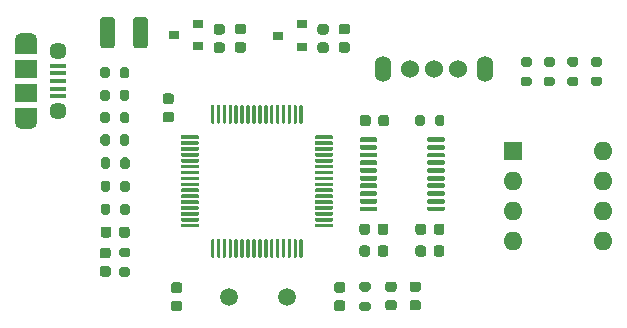
<source format=gbr>
%TF.GenerationSoftware,KiCad,Pcbnew,5.1.9+dfsg1-1~bpo10+1*%
%TF.CreationDate,2021-05-09T13:01:11+08:00*%
%TF.ProjectId,serprog,73657270-726f-4672-9e6b-696361645f70,rev?*%
%TF.SameCoordinates,Original*%
%TF.FileFunction,Soldermask,Top*%
%TF.FilePolarity,Negative*%
%FSLAX46Y46*%
G04 Gerber Fmt 4.6, Leading zero omitted, Abs format (unit mm)*
G04 Created by KiCad (PCBNEW 5.1.9+dfsg1-1~bpo10+1) date 2021-05-09 13:01:11*
%MOMM*%
%LPD*%
G01*
G04 APERTURE LIST*
%ADD10R,1.900000X1.500000*%
%ADD11C,1.450000*%
%ADD12R,1.350000X0.400000*%
%ADD13O,1.900000X1.200000*%
%ADD14R,1.900000X1.200000*%
%ADD15O,1.600000X1.600000*%
%ADD16R,1.600000X1.600000*%
%ADD17C,1.500000*%
%ADD18O,1.400000X2.200000*%
%ADD19C,1.524000*%
%ADD20R,0.900000X0.800000*%
G04 APERTURE END LIST*
D10*
%TO.C,J1*%
X103562500Y-64200000D03*
D11*
X106262500Y-60700000D03*
D12*
X106262500Y-62550000D03*
X106262500Y-61900000D03*
X106262500Y-64500000D03*
X106262500Y-63850000D03*
X106262500Y-63200000D03*
D11*
X106262500Y-65700000D03*
D10*
X103562500Y-62200000D03*
D13*
X103562500Y-59700000D03*
X103562500Y-66700000D03*
D14*
X103562500Y-66100000D03*
X103562500Y-60300000D03*
%TD*%
D15*
%TO.C,U4*%
X152420000Y-69150000D03*
X144800000Y-76770000D03*
X152420000Y-71690000D03*
X144800000Y-74230000D03*
X152420000Y-74230000D03*
X144800000Y-71690000D03*
X152420000Y-76770000D03*
D16*
X144800000Y-69150000D03*
%TD*%
D17*
%TO.C,Y1*%
X125630000Y-81450000D03*
X120750000Y-81450000D03*
%TD*%
%TO.C,U5*%
G36*
G01*
X118125000Y-75600000D02*
X116725000Y-75600000D01*
G75*
G02*
X116650000Y-75525000I0J75000D01*
G01*
X116650000Y-75375000D01*
G75*
G02*
X116725000Y-75300000I75000J0D01*
G01*
X118125000Y-75300000D01*
G75*
G02*
X118200000Y-75375000I0J-75000D01*
G01*
X118200000Y-75525000D01*
G75*
G02*
X118125000Y-75600000I-75000J0D01*
G01*
G37*
G36*
G01*
X118125000Y-75100000D02*
X116725000Y-75100000D01*
G75*
G02*
X116650000Y-75025000I0J75000D01*
G01*
X116650000Y-74875000D01*
G75*
G02*
X116725000Y-74800000I75000J0D01*
G01*
X118125000Y-74800000D01*
G75*
G02*
X118200000Y-74875000I0J-75000D01*
G01*
X118200000Y-75025000D01*
G75*
G02*
X118125000Y-75100000I-75000J0D01*
G01*
G37*
G36*
G01*
X118125000Y-74600000D02*
X116725000Y-74600000D01*
G75*
G02*
X116650000Y-74525000I0J75000D01*
G01*
X116650000Y-74375000D01*
G75*
G02*
X116725000Y-74300000I75000J0D01*
G01*
X118125000Y-74300000D01*
G75*
G02*
X118200000Y-74375000I0J-75000D01*
G01*
X118200000Y-74525000D01*
G75*
G02*
X118125000Y-74600000I-75000J0D01*
G01*
G37*
G36*
G01*
X118125000Y-74100000D02*
X116725000Y-74100000D01*
G75*
G02*
X116650000Y-74025000I0J75000D01*
G01*
X116650000Y-73875000D01*
G75*
G02*
X116725000Y-73800000I75000J0D01*
G01*
X118125000Y-73800000D01*
G75*
G02*
X118200000Y-73875000I0J-75000D01*
G01*
X118200000Y-74025000D01*
G75*
G02*
X118125000Y-74100000I-75000J0D01*
G01*
G37*
G36*
G01*
X118125000Y-73600000D02*
X116725000Y-73600000D01*
G75*
G02*
X116650000Y-73525000I0J75000D01*
G01*
X116650000Y-73375000D01*
G75*
G02*
X116725000Y-73300000I75000J0D01*
G01*
X118125000Y-73300000D01*
G75*
G02*
X118200000Y-73375000I0J-75000D01*
G01*
X118200000Y-73525000D01*
G75*
G02*
X118125000Y-73600000I-75000J0D01*
G01*
G37*
G36*
G01*
X118125000Y-73100000D02*
X116725000Y-73100000D01*
G75*
G02*
X116650000Y-73025000I0J75000D01*
G01*
X116650000Y-72875000D01*
G75*
G02*
X116725000Y-72800000I75000J0D01*
G01*
X118125000Y-72800000D01*
G75*
G02*
X118200000Y-72875000I0J-75000D01*
G01*
X118200000Y-73025000D01*
G75*
G02*
X118125000Y-73100000I-75000J0D01*
G01*
G37*
G36*
G01*
X118125000Y-72600000D02*
X116725000Y-72600000D01*
G75*
G02*
X116650000Y-72525000I0J75000D01*
G01*
X116650000Y-72375000D01*
G75*
G02*
X116725000Y-72300000I75000J0D01*
G01*
X118125000Y-72300000D01*
G75*
G02*
X118200000Y-72375000I0J-75000D01*
G01*
X118200000Y-72525000D01*
G75*
G02*
X118125000Y-72600000I-75000J0D01*
G01*
G37*
G36*
G01*
X118125000Y-72100000D02*
X116725000Y-72100000D01*
G75*
G02*
X116650000Y-72025000I0J75000D01*
G01*
X116650000Y-71875000D01*
G75*
G02*
X116725000Y-71800000I75000J0D01*
G01*
X118125000Y-71800000D01*
G75*
G02*
X118200000Y-71875000I0J-75000D01*
G01*
X118200000Y-72025000D01*
G75*
G02*
X118125000Y-72100000I-75000J0D01*
G01*
G37*
G36*
G01*
X118125000Y-71600000D02*
X116725000Y-71600000D01*
G75*
G02*
X116650000Y-71525000I0J75000D01*
G01*
X116650000Y-71375000D01*
G75*
G02*
X116725000Y-71300000I75000J0D01*
G01*
X118125000Y-71300000D01*
G75*
G02*
X118200000Y-71375000I0J-75000D01*
G01*
X118200000Y-71525000D01*
G75*
G02*
X118125000Y-71600000I-75000J0D01*
G01*
G37*
G36*
G01*
X118125000Y-71100000D02*
X116725000Y-71100000D01*
G75*
G02*
X116650000Y-71025000I0J75000D01*
G01*
X116650000Y-70875000D01*
G75*
G02*
X116725000Y-70800000I75000J0D01*
G01*
X118125000Y-70800000D01*
G75*
G02*
X118200000Y-70875000I0J-75000D01*
G01*
X118200000Y-71025000D01*
G75*
G02*
X118125000Y-71100000I-75000J0D01*
G01*
G37*
G36*
G01*
X118125000Y-70600000D02*
X116725000Y-70600000D01*
G75*
G02*
X116650000Y-70525000I0J75000D01*
G01*
X116650000Y-70375000D01*
G75*
G02*
X116725000Y-70300000I75000J0D01*
G01*
X118125000Y-70300000D01*
G75*
G02*
X118200000Y-70375000I0J-75000D01*
G01*
X118200000Y-70525000D01*
G75*
G02*
X118125000Y-70600000I-75000J0D01*
G01*
G37*
G36*
G01*
X118125000Y-70100000D02*
X116725000Y-70100000D01*
G75*
G02*
X116650000Y-70025000I0J75000D01*
G01*
X116650000Y-69875000D01*
G75*
G02*
X116725000Y-69800000I75000J0D01*
G01*
X118125000Y-69800000D01*
G75*
G02*
X118200000Y-69875000I0J-75000D01*
G01*
X118200000Y-70025000D01*
G75*
G02*
X118125000Y-70100000I-75000J0D01*
G01*
G37*
G36*
G01*
X118125000Y-69600000D02*
X116725000Y-69600000D01*
G75*
G02*
X116650000Y-69525000I0J75000D01*
G01*
X116650000Y-69375000D01*
G75*
G02*
X116725000Y-69300000I75000J0D01*
G01*
X118125000Y-69300000D01*
G75*
G02*
X118200000Y-69375000I0J-75000D01*
G01*
X118200000Y-69525000D01*
G75*
G02*
X118125000Y-69600000I-75000J0D01*
G01*
G37*
G36*
G01*
X118125000Y-69100000D02*
X116725000Y-69100000D01*
G75*
G02*
X116650000Y-69025000I0J75000D01*
G01*
X116650000Y-68875000D01*
G75*
G02*
X116725000Y-68800000I75000J0D01*
G01*
X118125000Y-68800000D01*
G75*
G02*
X118200000Y-68875000I0J-75000D01*
G01*
X118200000Y-69025000D01*
G75*
G02*
X118125000Y-69100000I-75000J0D01*
G01*
G37*
G36*
G01*
X118125000Y-68600000D02*
X116725000Y-68600000D01*
G75*
G02*
X116650000Y-68525000I0J75000D01*
G01*
X116650000Y-68375000D01*
G75*
G02*
X116725000Y-68300000I75000J0D01*
G01*
X118125000Y-68300000D01*
G75*
G02*
X118200000Y-68375000I0J-75000D01*
G01*
X118200000Y-68525000D01*
G75*
G02*
X118125000Y-68600000I-75000J0D01*
G01*
G37*
G36*
G01*
X118125000Y-68100000D02*
X116725000Y-68100000D01*
G75*
G02*
X116650000Y-68025000I0J75000D01*
G01*
X116650000Y-67875000D01*
G75*
G02*
X116725000Y-67800000I75000J0D01*
G01*
X118125000Y-67800000D01*
G75*
G02*
X118200000Y-67875000I0J-75000D01*
G01*
X118200000Y-68025000D01*
G75*
G02*
X118125000Y-68100000I-75000J0D01*
G01*
G37*
G36*
G01*
X119425000Y-66800000D02*
X119275000Y-66800000D01*
G75*
G02*
X119200000Y-66725000I0J75000D01*
G01*
X119200000Y-65325000D01*
G75*
G02*
X119275000Y-65250000I75000J0D01*
G01*
X119425000Y-65250000D01*
G75*
G02*
X119500000Y-65325000I0J-75000D01*
G01*
X119500000Y-66725000D01*
G75*
G02*
X119425000Y-66800000I-75000J0D01*
G01*
G37*
G36*
G01*
X119925000Y-66800000D02*
X119775000Y-66800000D01*
G75*
G02*
X119700000Y-66725000I0J75000D01*
G01*
X119700000Y-65325000D01*
G75*
G02*
X119775000Y-65250000I75000J0D01*
G01*
X119925000Y-65250000D01*
G75*
G02*
X120000000Y-65325000I0J-75000D01*
G01*
X120000000Y-66725000D01*
G75*
G02*
X119925000Y-66800000I-75000J0D01*
G01*
G37*
G36*
G01*
X120425000Y-66800000D02*
X120275000Y-66800000D01*
G75*
G02*
X120200000Y-66725000I0J75000D01*
G01*
X120200000Y-65325000D01*
G75*
G02*
X120275000Y-65250000I75000J0D01*
G01*
X120425000Y-65250000D01*
G75*
G02*
X120500000Y-65325000I0J-75000D01*
G01*
X120500000Y-66725000D01*
G75*
G02*
X120425000Y-66800000I-75000J0D01*
G01*
G37*
G36*
G01*
X120925000Y-66800000D02*
X120775000Y-66800000D01*
G75*
G02*
X120700000Y-66725000I0J75000D01*
G01*
X120700000Y-65325000D01*
G75*
G02*
X120775000Y-65250000I75000J0D01*
G01*
X120925000Y-65250000D01*
G75*
G02*
X121000000Y-65325000I0J-75000D01*
G01*
X121000000Y-66725000D01*
G75*
G02*
X120925000Y-66800000I-75000J0D01*
G01*
G37*
G36*
G01*
X121425000Y-66800000D02*
X121275000Y-66800000D01*
G75*
G02*
X121200000Y-66725000I0J75000D01*
G01*
X121200000Y-65325000D01*
G75*
G02*
X121275000Y-65250000I75000J0D01*
G01*
X121425000Y-65250000D01*
G75*
G02*
X121500000Y-65325000I0J-75000D01*
G01*
X121500000Y-66725000D01*
G75*
G02*
X121425000Y-66800000I-75000J0D01*
G01*
G37*
G36*
G01*
X121925000Y-66800000D02*
X121775000Y-66800000D01*
G75*
G02*
X121700000Y-66725000I0J75000D01*
G01*
X121700000Y-65325000D01*
G75*
G02*
X121775000Y-65250000I75000J0D01*
G01*
X121925000Y-65250000D01*
G75*
G02*
X122000000Y-65325000I0J-75000D01*
G01*
X122000000Y-66725000D01*
G75*
G02*
X121925000Y-66800000I-75000J0D01*
G01*
G37*
G36*
G01*
X122425000Y-66800000D02*
X122275000Y-66800000D01*
G75*
G02*
X122200000Y-66725000I0J75000D01*
G01*
X122200000Y-65325000D01*
G75*
G02*
X122275000Y-65250000I75000J0D01*
G01*
X122425000Y-65250000D01*
G75*
G02*
X122500000Y-65325000I0J-75000D01*
G01*
X122500000Y-66725000D01*
G75*
G02*
X122425000Y-66800000I-75000J0D01*
G01*
G37*
G36*
G01*
X122925000Y-66800000D02*
X122775000Y-66800000D01*
G75*
G02*
X122700000Y-66725000I0J75000D01*
G01*
X122700000Y-65325000D01*
G75*
G02*
X122775000Y-65250000I75000J0D01*
G01*
X122925000Y-65250000D01*
G75*
G02*
X123000000Y-65325000I0J-75000D01*
G01*
X123000000Y-66725000D01*
G75*
G02*
X122925000Y-66800000I-75000J0D01*
G01*
G37*
G36*
G01*
X123425000Y-66800000D02*
X123275000Y-66800000D01*
G75*
G02*
X123200000Y-66725000I0J75000D01*
G01*
X123200000Y-65325000D01*
G75*
G02*
X123275000Y-65250000I75000J0D01*
G01*
X123425000Y-65250000D01*
G75*
G02*
X123500000Y-65325000I0J-75000D01*
G01*
X123500000Y-66725000D01*
G75*
G02*
X123425000Y-66800000I-75000J0D01*
G01*
G37*
G36*
G01*
X123925000Y-66800000D02*
X123775000Y-66800000D01*
G75*
G02*
X123700000Y-66725000I0J75000D01*
G01*
X123700000Y-65325000D01*
G75*
G02*
X123775000Y-65250000I75000J0D01*
G01*
X123925000Y-65250000D01*
G75*
G02*
X124000000Y-65325000I0J-75000D01*
G01*
X124000000Y-66725000D01*
G75*
G02*
X123925000Y-66800000I-75000J0D01*
G01*
G37*
G36*
G01*
X124425000Y-66800000D02*
X124275000Y-66800000D01*
G75*
G02*
X124200000Y-66725000I0J75000D01*
G01*
X124200000Y-65325000D01*
G75*
G02*
X124275000Y-65250000I75000J0D01*
G01*
X124425000Y-65250000D01*
G75*
G02*
X124500000Y-65325000I0J-75000D01*
G01*
X124500000Y-66725000D01*
G75*
G02*
X124425000Y-66800000I-75000J0D01*
G01*
G37*
G36*
G01*
X124925000Y-66800000D02*
X124775000Y-66800000D01*
G75*
G02*
X124700000Y-66725000I0J75000D01*
G01*
X124700000Y-65325000D01*
G75*
G02*
X124775000Y-65250000I75000J0D01*
G01*
X124925000Y-65250000D01*
G75*
G02*
X125000000Y-65325000I0J-75000D01*
G01*
X125000000Y-66725000D01*
G75*
G02*
X124925000Y-66800000I-75000J0D01*
G01*
G37*
G36*
G01*
X125425000Y-66800000D02*
X125275000Y-66800000D01*
G75*
G02*
X125200000Y-66725000I0J75000D01*
G01*
X125200000Y-65325000D01*
G75*
G02*
X125275000Y-65250000I75000J0D01*
G01*
X125425000Y-65250000D01*
G75*
G02*
X125500000Y-65325000I0J-75000D01*
G01*
X125500000Y-66725000D01*
G75*
G02*
X125425000Y-66800000I-75000J0D01*
G01*
G37*
G36*
G01*
X125925000Y-66800000D02*
X125775000Y-66800000D01*
G75*
G02*
X125700000Y-66725000I0J75000D01*
G01*
X125700000Y-65325000D01*
G75*
G02*
X125775000Y-65250000I75000J0D01*
G01*
X125925000Y-65250000D01*
G75*
G02*
X126000000Y-65325000I0J-75000D01*
G01*
X126000000Y-66725000D01*
G75*
G02*
X125925000Y-66800000I-75000J0D01*
G01*
G37*
G36*
G01*
X126425000Y-66800000D02*
X126275000Y-66800000D01*
G75*
G02*
X126200000Y-66725000I0J75000D01*
G01*
X126200000Y-65325000D01*
G75*
G02*
X126275000Y-65250000I75000J0D01*
G01*
X126425000Y-65250000D01*
G75*
G02*
X126500000Y-65325000I0J-75000D01*
G01*
X126500000Y-66725000D01*
G75*
G02*
X126425000Y-66800000I-75000J0D01*
G01*
G37*
G36*
G01*
X126925000Y-66800000D02*
X126775000Y-66800000D01*
G75*
G02*
X126700000Y-66725000I0J75000D01*
G01*
X126700000Y-65325000D01*
G75*
G02*
X126775000Y-65250000I75000J0D01*
G01*
X126925000Y-65250000D01*
G75*
G02*
X127000000Y-65325000I0J-75000D01*
G01*
X127000000Y-66725000D01*
G75*
G02*
X126925000Y-66800000I-75000J0D01*
G01*
G37*
G36*
G01*
X129475000Y-68100000D02*
X128075000Y-68100000D01*
G75*
G02*
X128000000Y-68025000I0J75000D01*
G01*
X128000000Y-67875000D01*
G75*
G02*
X128075000Y-67800000I75000J0D01*
G01*
X129475000Y-67800000D01*
G75*
G02*
X129550000Y-67875000I0J-75000D01*
G01*
X129550000Y-68025000D01*
G75*
G02*
X129475000Y-68100000I-75000J0D01*
G01*
G37*
G36*
G01*
X129475000Y-68600000D02*
X128075000Y-68600000D01*
G75*
G02*
X128000000Y-68525000I0J75000D01*
G01*
X128000000Y-68375000D01*
G75*
G02*
X128075000Y-68300000I75000J0D01*
G01*
X129475000Y-68300000D01*
G75*
G02*
X129550000Y-68375000I0J-75000D01*
G01*
X129550000Y-68525000D01*
G75*
G02*
X129475000Y-68600000I-75000J0D01*
G01*
G37*
G36*
G01*
X129475000Y-69100000D02*
X128075000Y-69100000D01*
G75*
G02*
X128000000Y-69025000I0J75000D01*
G01*
X128000000Y-68875000D01*
G75*
G02*
X128075000Y-68800000I75000J0D01*
G01*
X129475000Y-68800000D01*
G75*
G02*
X129550000Y-68875000I0J-75000D01*
G01*
X129550000Y-69025000D01*
G75*
G02*
X129475000Y-69100000I-75000J0D01*
G01*
G37*
G36*
G01*
X129475000Y-69600000D02*
X128075000Y-69600000D01*
G75*
G02*
X128000000Y-69525000I0J75000D01*
G01*
X128000000Y-69375000D01*
G75*
G02*
X128075000Y-69300000I75000J0D01*
G01*
X129475000Y-69300000D01*
G75*
G02*
X129550000Y-69375000I0J-75000D01*
G01*
X129550000Y-69525000D01*
G75*
G02*
X129475000Y-69600000I-75000J0D01*
G01*
G37*
G36*
G01*
X129475000Y-70100000D02*
X128075000Y-70100000D01*
G75*
G02*
X128000000Y-70025000I0J75000D01*
G01*
X128000000Y-69875000D01*
G75*
G02*
X128075000Y-69800000I75000J0D01*
G01*
X129475000Y-69800000D01*
G75*
G02*
X129550000Y-69875000I0J-75000D01*
G01*
X129550000Y-70025000D01*
G75*
G02*
X129475000Y-70100000I-75000J0D01*
G01*
G37*
G36*
G01*
X129475000Y-70600000D02*
X128075000Y-70600000D01*
G75*
G02*
X128000000Y-70525000I0J75000D01*
G01*
X128000000Y-70375000D01*
G75*
G02*
X128075000Y-70300000I75000J0D01*
G01*
X129475000Y-70300000D01*
G75*
G02*
X129550000Y-70375000I0J-75000D01*
G01*
X129550000Y-70525000D01*
G75*
G02*
X129475000Y-70600000I-75000J0D01*
G01*
G37*
G36*
G01*
X129475000Y-71100000D02*
X128075000Y-71100000D01*
G75*
G02*
X128000000Y-71025000I0J75000D01*
G01*
X128000000Y-70875000D01*
G75*
G02*
X128075000Y-70800000I75000J0D01*
G01*
X129475000Y-70800000D01*
G75*
G02*
X129550000Y-70875000I0J-75000D01*
G01*
X129550000Y-71025000D01*
G75*
G02*
X129475000Y-71100000I-75000J0D01*
G01*
G37*
G36*
G01*
X129475000Y-71600000D02*
X128075000Y-71600000D01*
G75*
G02*
X128000000Y-71525000I0J75000D01*
G01*
X128000000Y-71375000D01*
G75*
G02*
X128075000Y-71300000I75000J0D01*
G01*
X129475000Y-71300000D01*
G75*
G02*
X129550000Y-71375000I0J-75000D01*
G01*
X129550000Y-71525000D01*
G75*
G02*
X129475000Y-71600000I-75000J0D01*
G01*
G37*
G36*
G01*
X129475000Y-72100000D02*
X128075000Y-72100000D01*
G75*
G02*
X128000000Y-72025000I0J75000D01*
G01*
X128000000Y-71875000D01*
G75*
G02*
X128075000Y-71800000I75000J0D01*
G01*
X129475000Y-71800000D01*
G75*
G02*
X129550000Y-71875000I0J-75000D01*
G01*
X129550000Y-72025000D01*
G75*
G02*
X129475000Y-72100000I-75000J0D01*
G01*
G37*
G36*
G01*
X129475000Y-72600000D02*
X128075000Y-72600000D01*
G75*
G02*
X128000000Y-72525000I0J75000D01*
G01*
X128000000Y-72375000D01*
G75*
G02*
X128075000Y-72300000I75000J0D01*
G01*
X129475000Y-72300000D01*
G75*
G02*
X129550000Y-72375000I0J-75000D01*
G01*
X129550000Y-72525000D01*
G75*
G02*
X129475000Y-72600000I-75000J0D01*
G01*
G37*
G36*
G01*
X129475000Y-73100000D02*
X128075000Y-73100000D01*
G75*
G02*
X128000000Y-73025000I0J75000D01*
G01*
X128000000Y-72875000D01*
G75*
G02*
X128075000Y-72800000I75000J0D01*
G01*
X129475000Y-72800000D01*
G75*
G02*
X129550000Y-72875000I0J-75000D01*
G01*
X129550000Y-73025000D01*
G75*
G02*
X129475000Y-73100000I-75000J0D01*
G01*
G37*
G36*
G01*
X129475000Y-73600000D02*
X128075000Y-73600000D01*
G75*
G02*
X128000000Y-73525000I0J75000D01*
G01*
X128000000Y-73375000D01*
G75*
G02*
X128075000Y-73300000I75000J0D01*
G01*
X129475000Y-73300000D01*
G75*
G02*
X129550000Y-73375000I0J-75000D01*
G01*
X129550000Y-73525000D01*
G75*
G02*
X129475000Y-73600000I-75000J0D01*
G01*
G37*
G36*
G01*
X129475000Y-74100000D02*
X128075000Y-74100000D01*
G75*
G02*
X128000000Y-74025000I0J75000D01*
G01*
X128000000Y-73875000D01*
G75*
G02*
X128075000Y-73800000I75000J0D01*
G01*
X129475000Y-73800000D01*
G75*
G02*
X129550000Y-73875000I0J-75000D01*
G01*
X129550000Y-74025000D01*
G75*
G02*
X129475000Y-74100000I-75000J0D01*
G01*
G37*
G36*
G01*
X129475000Y-74600000D02*
X128075000Y-74600000D01*
G75*
G02*
X128000000Y-74525000I0J75000D01*
G01*
X128000000Y-74375000D01*
G75*
G02*
X128075000Y-74300000I75000J0D01*
G01*
X129475000Y-74300000D01*
G75*
G02*
X129550000Y-74375000I0J-75000D01*
G01*
X129550000Y-74525000D01*
G75*
G02*
X129475000Y-74600000I-75000J0D01*
G01*
G37*
G36*
G01*
X129475000Y-75100000D02*
X128075000Y-75100000D01*
G75*
G02*
X128000000Y-75025000I0J75000D01*
G01*
X128000000Y-74875000D01*
G75*
G02*
X128075000Y-74800000I75000J0D01*
G01*
X129475000Y-74800000D01*
G75*
G02*
X129550000Y-74875000I0J-75000D01*
G01*
X129550000Y-75025000D01*
G75*
G02*
X129475000Y-75100000I-75000J0D01*
G01*
G37*
G36*
G01*
X129475000Y-75600000D02*
X128075000Y-75600000D01*
G75*
G02*
X128000000Y-75525000I0J75000D01*
G01*
X128000000Y-75375000D01*
G75*
G02*
X128075000Y-75300000I75000J0D01*
G01*
X129475000Y-75300000D01*
G75*
G02*
X129550000Y-75375000I0J-75000D01*
G01*
X129550000Y-75525000D01*
G75*
G02*
X129475000Y-75600000I-75000J0D01*
G01*
G37*
G36*
G01*
X126925000Y-78150000D02*
X126775000Y-78150000D01*
G75*
G02*
X126700000Y-78075000I0J75000D01*
G01*
X126700000Y-76675000D01*
G75*
G02*
X126775000Y-76600000I75000J0D01*
G01*
X126925000Y-76600000D01*
G75*
G02*
X127000000Y-76675000I0J-75000D01*
G01*
X127000000Y-78075000D01*
G75*
G02*
X126925000Y-78150000I-75000J0D01*
G01*
G37*
G36*
G01*
X126425000Y-78150000D02*
X126275000Y-78150000D01*
G75*
G02*
X126200000Y-78075000I0J75000D01*
G01*
X126200000Y-76675000D01*
G75*
G02*
X126275000Y-76600000I75000J0D01*
G01*
X126425000Y-76600000D01*
G75*
G02*
X126500000Y-76675000I0J-75000D01*
G01*
X126500000Y-78075000D01*
G75*
G02*
X126425000Y-78150000I-75000J0D01*
G01*
G37*
G36*
G01*
X125925000Y-78150000D02*
X125775000Y-78150000D01*
G75*
G02*
X125700000Y-78075000I0J75000D01*
G01*
X125700000Y-76675000D01*
G75*
G02*
X125775000Y-76600000I75000J0D01*
G01*
X125925000Y-76600000D01*
G75*
G02*
X126000000Y-76675000I0J-75000D01*
G01*
X126000000Y-78075000D01*
G75*
G02*
X125925000Y-78150000I-75000J0D01*
G01*
G37*
G36*
G01*
X125425000Y-78150000D02*
X125275000Y-78150000D01*
G75*
G02*
X125200000Y-78075000I0J75000D01*
G01*
X125200000Y-76675000D01*
G75*
G02*
X125275000Y-76600000I75000J0D01*
G01*
X125425000Y-76600000D01*
G75*
G02*
X125500000Y-76675000I0J-75000D01*
G01*
X125500000Y-78075000D01*
G75*
G02*
X125425000Y-78150000I-75000J0D01*
G01*
G37*
G36*
G01*
X124925000Y-78150000D02*
X124775000Y-78150000D01*
G75*
G02*
X124700000Y-78075000I0J75000D01*
G01*
X124700000Y-76675000D01*
G75*
G02*
X124775000Y-76600000I75000J0D01*
G01*
X124925000Y-76600000D01*
G75*
G02*
X125000000Y-76675000I0J-75000D01*
G01*
X125000000Y-78075000D01*
G75*
G02*
X124925000Y-78150000I-75000J0D01*
G01*
G37*
G36*
G01*
X124425000Y-78150000D02*
X124275000Y-78150000D01*
G75*
G02*
X124200000Y-78075000I0J75000D01*
G01*
X124200000Y-76675000D01*
G75*
G02*
X124275000Y-76600000I75000J0D01*
G01*
X124425000Y-76600000D01*
G75*
G02*
X124500000Y-76675000I0J-75000D01*
G01*
X124500000Y-78075000D01*
G75*
G02*
X124425000Y-78150000I-75000J0D01*
G01*
G37*
G36*
G01*
X123925000Y-78150000D02*
X123775000Y-78150000D01*
G75*
G02*
X123700000Y-78075000I0J75000D01*
G01*
X123700000Y-76675000D01*
G75*
G02*
X123775000Y-76600000I75000J0D01*
G01*
X123925000Y-76600000D01*
G75*
G02*
X124000000Y-76675000I0J-75000D01*
G01*
X124000000Y-78075000D01*
G75*
G02*
X123925000Y-78150000I-75000J0D01*
G01*
G37*
G36*
G01*
X123425000Y-78150000D02*
X123275000Y-78150000D01*
G75*
G02*
X123200000Y-78075000I0J75000D01*
G01*
X123200000Y-76675000D01*
G75*
G02*
X123275000Y-76600000I75000J0D01*
G01*
X123425000Y-76600000D01*
G75*
G02*
X123500000Y-76675000I0J-75000D01*
G01*
X123500000Y-78075000D01*
G75*
G02*
X123425000Y-78150000I-75000J0D01*
G01*
G37*
G36*
G01*
X122925000Y-78150000D02*
X122775000Y-78150000D01*
G75*
G02*
X122700000Y-78075000I0J75000D01*
G01*
X122700000Y-76675000D01*
G75*
G02*
X122775000Y-76600000I75000J0D01*
G01*
X122925000Y-76600000D01*
G75*
G02*
X123000000Y-76675000I0J-75000D01*
G01*
X123000000Y-78075000D01*
G75*
G02*
X122925000Y-78150000I-75000J0D01*
G01*
G37*
G36*
G01*
X122425000Y-78150000D02*
X122275000Y-78150000D01*
G75*
G02*
X122200000Y-78075000I0J75000D01*
G01*
X122200000Y-76675000D01*
G75*
G02*
X122275000Y-76600000I75000J0D01*
G01*
X122425000Y-76600000D01*
G75*
G02*
X122500000Y-76675000I0J-75000D01*
G01*
X122500000Y-78075000D01*
G75*
G02*
X122425000Y-78150000I-75000J0D01*
G01*
G37*
G36*
G01*
X121925000Y-78150000D02*
X121775000Y-78150000D01*
G75*
G02*
X121700000Y-78075000I0J75000D01*
G01*
X121700000Y-76675000D01*
G75*
G02*
X121775000Y-76600000I75000J0D01*
G01*
X121925000Y-76600000D01*
G75*
G02*
X122000000Y-76675000I0J-75000D01*
G01*
X122000000Y-78075000D01*
G75*
G02*
X121925000Y-78150000I-75000J0D01*
G01*
G37*
G36*
G01*
X121425000Y-78150000D02*
X121275000Y-78150000D01*
G75*
G02*
X121200000Y-78075000I0J75000D01*
G01*
X121200000Y-76675000D01*
G75*
G02*
X121275000Y-76600000I75000J0D01*
G01*
X121425000Y-76600000D01*
G75*
G02*
X121500000Y-76675000I0J-75000D01*
G01*
X121500000Y-78075000D01*
G75*
G02*
X121425000Y-78150000I-75000J0D01*
G01*
G37*
G36*
G01*
X120925000Y-78150000D02*
X120775000Y-78150000D01*
G75*
G02*
X120700000Y-78075000I0J75000D01*
G01*
X120700000Y-76675000D01*
G75*
G02*
X120775000Y-76600000I75000J0D01*
G01*
X120925000Y-76600000D01*
G75*
G02*
X121000000Y-76675000I0J-75000D01*
G01*
X121000000Y-78075000D01*
G75*
G02*
X120925000Y-78150000I-75000J0D01*
G01*
G37*
G36*
G01*
X120425000Y-78150000D02*
X120275000Y-78150000D01*
G75*
G02*
X120200000Y-78075000I0J75000D01*
G01*
X120200000Y-76675000D01*
G75*
G02*
X120275000Y-76600000I75000J0D01*
G01*
X120425000Y-76600000D01*
G75*
G02*
X120500000Y-76675000I0J-75000D01*
G01*
X120500000Y-78075000D01*
G75*
G02*
X120425000Y-78150000I-75000J0D01*
G01*
G37*
G36*
G01*
X119925000Y-78150000D02*
X119775000Y-78150000D01*
G75*
G02*
X119700000Y-78075000I0J75000D01*
G01*
X119700000Y-76675000D01*
G75*
G02*
X119775000Y-76600000I75000J0D01*
G01*
X119925000Y-76600000D01*
G75*
G02*
X120000000Y-76675000I0J-75000D01*
G01*
X120000000Y-78075000D01*
G75*
G02*
X119925000Y-78150000I-75000J0D01*
G01*
G37*
G36*
G01*
X119425000Y-78150000D02*
X119275000Y-78150000D01*
G75*
G02*
X119200000Y-78075000I0J75000D01*
G01*
X119200000Y-76675000D01*
G75*
G02*
X119275000Y-76600000I75000J0D01*
G01*
X119425000Y-76600000D01*
G75*
G02*
X119500000Y-76675000I0J-75000D01*
G01*
X119500000Y-78075000D01*
G75*
G02*
X119425000Y-78150000I-75000J0D01*
G01*
G37*
%TD*%
%TO.C,R11*%
G36*
G01*
X151575000Y-61175000D02*
X152125000Y-61175000D01*
G75*
G02*
X152325000Y-61375000I0J-200000D01*
G01*
X152325000Y-61775000D01*
G75*
G02*
X152125000Y-61975000I-200000J0D01*
G01*
X151575000Y-61975000D01*
G75*
G02*
X151375000Y-61775000I0J200000D01*
G01*
X151375000Y-61375000D01*
G75*
G02*
X151575000Y-61175000I200000J0D01*
G01*
G37*
G36*
G01*
X151575000Y-62825000D02*
X152125000Y-62825000D01*
G75*
G02*
X152325000Y-63025000I0J-200000D01*
G01*
X152325000Y-63425000D01*
G75*
G02*
X152125000Y-63625000I-200000J0D01*
G01*
X151575000Y-63625000D01*
G75*
G02*
X151375000Y-63425000I0J200000D01*
G01*
X151375000Y-63025000D01*
G75*
G02*
X151575000Y-62825000I200000J0D01*
G01*
G37*
%TD*%
%TO.C,C1*%
G36*
G01*
X110500000Y-79775000D02*
X110000000Y-79775000D01*
G75*
G02*
X109775000Y-79550000I0J225000D01*
G01*
X109775000Y-79100000D01*
G75*
G02*
X110000000Y-78875000I225000J0D01*
G01*
X110500000Y-78875000D01*
G75*
G02*
X110725000Y-79100000I0J-225000D01*
G01*
X110725000Y-79550000D01*
G75*
G02*
X110500000Y-79775000I-225000J0D01*
G01*
G37*
G36*
G01*
X110500000Y-78225000D02*
X110000000Y-78225000D01*
G75*
G02*
X109775000Y-78000000I0J225000D01*
G01*
X109775000Y-77550000D01*
G75*
G02*
X110000000Y-77325000I225000J0D01*
G01*
X110500000Y-77325000D01*
G75*
G02*
X110725000Y-77550000I0J-225000D01*
G01*
X110725000Y-78000000D01*
G75*
G02*
X110500000Y-78225000I-225000J0D01*
G01*
G37*
%TD*%
%TO.C,C2*%
G36*
G01*
X116550000Y-81150000D02*
X116050000Y-81150000D01*
G75*
G02*
X115825000Y-80925000I0J225000D01*
G01*
X115825000Y-80475000D01*
G75*
G02*
X116050000Y-80250000I225000J0D01*
G01*
X116550000Y-80250000D01*
G75*
G02*
X116775000Y-80475000I0J-225000D01*
G01*
X116775000Y-80925000D01*
G75*
G02*
X116550000Y-81150000I-225000J0D01*
G01*
G37*
G36*
G01*
X116550000Y-82700000D02*
X116050000Y-82700000D01*
G75*
G02*
X115825000Y-82475000I0J225000D01*
G01*
X115825000Y-82025000D01*
G75*
G02*
X116050000Y-81800000I225000J0D01*
G01*
X116550000Y-81800000D01*
G75*
G02*
X116775000Y-82025000I0J-225000D01*
G01*
X116775000Y-82475000D01*
G75*
G02*
X116550000Y-82700000I-225000J0D01*
G01*
G37*
%TD*%
%TO.C,C3*%
G36*
G01*
X130350000Y-82675000D02*
X129850000Y-82675000D01*
G75*
G02*
X129625000Y-82450000I0J225000D01*
G01*
X129625000Y-82000000D01*
G75*
G02*
X129850000Y-81775000I225000J0D01*
G01*
X130350000Y-81775000D01*
G75*
G02*
X130575000Y-82000000I0J-225000D01*
G01*
X130575000Y-82450000D01*
G75*
G02*
X130350000Y-82675000I-225000J0D01*
G01*
G37*
G36*
G01*
X130350000Y-81125000D02*
X129850000Y-81125000D01*
G75*
G02*
X129625000Y-80900000I0J225000D01*
G01*
X129625000Y-80450000D01*
G75*
G02*
X129850000Y-80225000I225000J0D01*
G01*
X130350000Y-80225000D01*
G75*
G02*
X130575000Y-80450000I0J-225000D01*
G01*
X130575000Y-80900000D01*
G75*
G02*
X130350000Y-81125000I-225000J0D01*
G01*
G37*
%TD*%
%TO.C,C4*%
G36*
G01*
X128450000Y-59925000D02*
X128950000Y-59925000D01*
G75*
G02*
X129175000Y-60150000I0J-225000D01*
G01*
X129175000Y-60600000D01*
G75*
G02*
X128950000Y-60825000I-225000J0D01*
G01*
X128450000Y-60825000D01*
G75*
G02*
X128225000Y-60600000I0J225000D01*
G01*
X128225000Y-60150000D01*
G75*
G02*
X128450000Y-59925000I225000J0D01*
G01*
G37*
G36*
G01*
X128450000Y-58375000D02*
X128950000Y-58375000D01*
G75*
G02*
X129175000Y-58600000I0J-225000D01*
G01*
X129175000Y-59050000D01*
G75*
G02*
X128950000Y-59275000I-225000J0D01*
G01*
X128450000Y-59275000D01*
G75*
G02*
X128225000Y-59050000I0J225000D01*
G01*
X128225000Y-58600000D01*
G75*
G02*
X128450000Y-58375000I225000J0D01*
G01*
G37*
%TD*%
%TO.C,C5*%
G36*
G01*
X119650000Y-58375000D02*
X120150000Y-58375000D01*
G75*
G02*
X120375000Y-58600000I0J-225000D01*
G01*
X120375000Y-59050000D01*
G75*
G02*
X120150000Y-59275000I-225000J0D01*
G01*
X119650000Y-59275000D01*
G75*
G02*
X119425000Y-59050000I0J225000D01*
G01*
X119425000Y-58600000D01*
G75*
G02*
X119650000Y-58375000I225000J0D01*
G01*
G37*
G36*
G01*
X119650000Y-59925000D02*
X120150000Y-59925000D01*
G75*
G02*
X120375000Y-60150000I0J-225000D01*
G01*
X120375000Y-60600000D01*
G75*
G02*
X120150000Y-60825000I-225000J0D01*
G01*
X119650000Y-60825000D01*
G75*
G02*
X119425000Y-60600000I0J225000D01*
G01*
X119425000Y-60150000D01*
G75*
G02*
X119650000Y-59925000I225000J0D01*
G01*
G37*
%TD*%
%TO.C,C6*%
G36*
G01*
X110775000Y-75750000D02*
X110775000Y-76250000D01*
G75*
G02*
X110550000Y-76475000I-225000J0D01*
G01*
X110100000Y-76475000D01*
G75*
G02*
X109875000Y-76250000I0J225000D01*
G01*
X109875000Y-75750000D01*
G75*
G02*
X110100000Y-75525000I225000J0D01*
G01*
X110550000Y-75525000D01*
G75*
G02*
X110775000Y-75750000I0J-225000D01*
G01*
G37*
G36*
G01*
X112325000Y-75750000D02*
X112325000Y-76250000D01*
G75*
G02*
X112100000Y-76475000I-225000J0D01*
G01*
X111650000Y-76475000D01*
G75*
G02*
X111425000Y-76250000I0J225000D01*
G01*
X111425000Y-75750000D01*
G75*
G02*
X111650000Y-75525000I225000J0D01*
G01*
X112100000Y-75525000D01*
G75*
G02*
X112325000Y-75750000I0J-225000D01*
G01*
G37*
%TD*%
%TO.C,C7*%
G36*
G01*
X134225000Y-75500000D02*
X134225000Y-76000000D01*
G75*
G02*
X134000000Y-76225000I-225000J0D01*
G01*
X133550000Y-76225000D01*
G75*
G02*
X133325000Y-76000000I0J225000D01*
G01*
X133325000Y-75500000D01*
G75*
G02*
X133550000Y-75275000I225000J0D01*
G01*
X134000000Y-75275000D01*
G75*
G02*
X134225000Y-75500000I0J-225000D01*
G01*
G37*
G36*
G01*
X132675000Y-75500000D02*
X132675000Y-76000000D01*
G75*
G02*
X132450000Y-76225000I-225000J0D01*
G01*
X132000000Y-76225000D01*
G75*
G02*
X131775000Y-76000000I0J225000D01*
G01*
X131775000Y-75500000D01*
G75*
G02*
X132000000Y-75275000I225000J0D01*
G01*
X132450000Y-75275000D01*
G75*
G02*
X132675000Y-75500000I0J-225000D01*
G01*
G37*
%TD*%
%TO.C,C8*%
G36*
G01*
X130250000Y-58350000D02*
X130750000Y-58350000D01*
G75*
G02*
X130975000Y-58575000I0J-225000D01*
G01*
X130975000Y-59025000D01*
G75*
G02*
X130750000Y-59250000I-225000J0D01*
G01*
X130250000Y-59250000D01*
G75*
G02*
X130025000Y-59025000I0J225000D01*
G01*
X130025000Y-58575000D01*
G75*
G02*
X130250000Y-58350000I225000J0D01*
G01*
G37*
G36*
G01*
X130250000Y-59900000D02*
X130750000Y-59900000D01*
G75*
G02*
X130975000Y-60125000I0J-225000D01*
G01*
X130975000Y-60575000D01*
G75*
G02*
X130750000Y-60800000I-225000J0D01*
G01*
X130250000Y-60800000D01*
G75*
G02*
X130025000Y-60575000I0J225000D01*
G01*
X130025000Y-60125000D01*
G75*
G02*
X130250000Y-59900000I225000J0D01*
G01*
G37*
%TD*%
%TO.C,C9*%
G36*
G01*
X121450000Y-59900000D02*
X121950000Y-59900000D01*
G75*
G02*
X122175000Y-60125000I0J-225000D01*
G01*
X122175000Y-60575000D01*
G75*
G02*
X121950000Y-60800000I-225000J0D01*
G01*
X121450000Y-60800000D01*
G75*
G02*
X121225000Y-60575000I0J225000D01*
G01*
X121225000Y-60125000D01*
G75*
G02*
X121450000Y-59900000I225000J0D01*
G01*
G37*
G36*
G01*
X121450000Y-58350000D02*
X121950000Y-58350000D01*
G75*
G02*
X122175000Y-58575000I0J-225000D01*
G01*
X122175000Y-59025000D01*
G75*
G02*
X121950000Y-59250000I-225000J0D01*
G01*
X121450000Y-59250000D01*
G75*
G02*
X121225000Y-59025000I0J225000D01*
G01*
X121225000Y-58575000D01*
G75*
G02*
X121450000Y-58350000I225000J0D01*
G01*
G37*
%TD*%
%TO.C,C10*%
G36*
G01*
X136525000Y-76000000D02*
X136525000Y-75500000D01*
G75*
G02*
X136750000Y-75275000I225000J0D01*
G01*
X137200000Y-75275000D01*
G75*
G02*
X137425000Y-75500000I0J-225000D01*
G01*
X137425000Y-76000000D01*
G75*
G02*
X137200000Y-76225000I-225000J0D01*
G01*
X136750000Y-76225000D01*
G75*
G02*
X136525000Y-76000000I0J225000D01*
G01*
G37*
G36*
G01*
X138075000Y-76000000D02*
X138075000Y-75500000D01*
G75*
G02*
X138300000Y-75275000I225000J0D01*
G01*
X138750000Y-75275000D01*
G75*
G02*
X138975000Y-75500000I0J-225000D01*
G01*
X138975000Y-76000000D01*
G75*
G02*
X138750000Y-76225000I-225000J0D01*
G01*
X138300000Y-76225000D01*
G75*
G02*
X138075000Y-76000000I0J225000D01*
G01*
G37*
%TD*%
%TO.C,C11*%
G36*
G01*
X138075000Y-77850000D02*
X138075000Y-77350000D01*
G75*
G02*
X138300000Y-77125000I225000J0D01*
G01*
X138750000Y-77125000D01*
G75*
G02*
X138975000Y-77350000I0J-225000D01*
G01*
X138975000Y-77850000D01*
G75*
G02*
X138750000Y-78075000I-225000J0D01*
G01*
X138300000Y-78075000D01*
G75*
G02*
X138075000Y-77850000I0J225000D01*
G01*
G37*
G36*
G01*
X136525000Y-77850000D02*
X136525000Y-77350000D01*
G75*
G02*
X136750000Y-77125000I225000J0D01*
G01*
X137200000Y-77125000D01*
G75*
G02*
X137425000Y-77350000I0J-225000D01*
G01*
X137425000Y-77850000D01*
G75*
G02*
X137200000Y-78075000I-225000J0D01*
G01*
X136750000Y-78075000D01*
G75*
G02*
X136525000Y-77850000I0J225000D01*
G01*
G37*
%TD*%
%TO.C,C12*%
G36*
G01*
X132675000Y-77350000D02*
X132675000Y-77850000D01*
G75*
G02*
X132450000Y-78075000I-225000J0D01*
G01*
X132000000Y-78075000D01*
G75*
G02*
X131775000Y-77850000I0J225000D01*
G01*
X131775000Y-77350000D01*
G75*
G02*
X132000000Y-77125000I225000J0D01*
G01*
X132450000Y-77125000D01*
G75*
G02*
X132675000Y-77350000I0J-225000D01*
G01*
G37*
G36*
G01*
X134225000Y-77350000D02*
X134225000Y-77850000D01*
G75*
G02*
X134000000Y-78075000I-225000J0D01*
G01*
X133550000Y-78075000D01*
G75*
G02*
X133325000Y-77850000I0J225000D01*
G01*
X133325000Y-77350000D01*
G75*
G02*
X133550000Y-77125000I225000J0D01*
G01*
X134000000Y-77125000D01*
G75*
G02*
X134225000Y-77350000I0J-225000D01*
G01*
G37*
%TD*%
%TO.C,C13*%
G36*
G01*
X131825000Y-66800000D02*
X131825000Y-66300000D01*
G75*
G02*
X132050000Y-66075000I225000J0D01*
G01*
X132500000Y-66075000D01*
G75*
G02*
X132725000Y-66300000I0J-225000D01*
G01*
X132725000Y-66800000D01*
G75*
G02*
X132500000Y-67025000I-225000J0D01*
G01*
X132050000Y-67025000D01*
G75*
G02*
X131825000Y-66800000I0J225000D01*
G01*
G37*
G36*
G01*
X133375000Y-66800000D02*
X133375000Y-66300000D01*
G75*
G02*
X133600000Y-66075000I225000J0D01*
G01*
X134050000Y-66075000D01*
G75*
G02*
X134275000Y-66300000I0J-225000D01*
G01*
X134275000Y-66800000D01*
G75*
G02*
X134050000Y-67025000I-225000J0D01*
G01*
X133600000Y-67025000D01*
G75*
G02*
X133375000Y-66800000I0J225000D01*
G01*
G37*
%TD*%
%TO.C,C14*%
G36*
G01*
X115850000Y-65150000D02*
X115350000Y-65150000D01*
G75*
G02*
X115125000Y-64925000I0J225000D01*
G01*
X115125000Y-64475000D01*
G75*
G02*
X115350000Y-64250000I225000J0D01*
G01*
X115850000Y-64250000D01*
G75*
G02*
X116075000Y-64475000I0J-225000D01*
G01*
X116075000Y-64925000D01*
G75*
G02*
X115850000Y-65150000I-225000J0D01*
G01*
G37*
G36*
G01*
X115850000Y-66700000D02*
X115350000Y-66700000D01*
G75*
G02*
X115125000Y-66475000I0J225000D01*
G01*
X115125000Y-66025000D01*
G75*
G02*
X115350000Y-65800000I225000J0D01*
G01*
X115850000Y-65800000D01*
G75*
G02*
X116075000Y-66025000I0J-225000D01*
G01*
X116075000Y-66475000D01*
G75*
G02*
X115850000Y-66700000I-225000J0D01*
G01*
G37*
%TD*%
%TO.C,D1*%
G36*
G01*
X134706250Y-81050000D02*
X134193750Y-81050000D01*
G75*
G02*
X133975000Y-80831250I0J218750D01*
G01*
X133975000Y-80393750D01*
G75*
G02*
X134193750Y-80175000I218750J0D01*
G01*
X134706250Y-80175000D01*
G75*
G02*
X134925000Y-80393750I0J-218750D01*
G01*
X134925000Y-80831250D01*
G75*
G02*
X134706250Y-81050000I-218750J0D01*
G01*
G37*
G36*
G01*
X134706250Y-82625000D02*
X134193750Y-82625000D01*
G75*
G02*
X133975000Y-82406250I0J218750D01*
G01*
X133975000Y-81968750D01*
G75*
G02*
X134193750Y-81750000I218750J0D01*
G01*
X134706250Y-81750000D01*
G75*
G02*
X134925000Y-81968750I0J-218750D01*
G01*
X134925000Y-82406250D01*
G75*
G02*
X134706250Y-82625000I-218750J0D01*
G01*
G37*
%TD*%
%TO.C,D2*%
G36*
G01*
X136756250Y-82625000D02*
X136243750Y-82625000D01*
G75*
G02*
X136025000Y-82406250I0J218750D01*
G01*
X136025000Y-81968750D01*
G75*
G02*
X136243750Y-81750000I218750J0D01*
G01*
X136756250Y-81750000D01*
G75*
G02*
X136975000Y-81968750I0J-218750D01*
G01*
X136975000Y-82406250D01*
G75*
G02*
X136756250Y-82625000I-218750J0D01*
G01*
G37*
G36*
G01*
X136756250Y-81050000D02*
X136243750Y-81050000D01*
G75*
G02*
X136025000Y-80831250I0J218750D01*
G01*
X136025000Y-80393750D01*
G75*
G02*
X136243750Y-80175000I218750J0D01*
G01*
X136756250Y-80175000D01*
G75*
G02*
X136975000Y-80393750I0J-218750D01*
G01*
X136975000Y-80831250D01*
G75*
G02*
X136756250Y-81050000I-218750J0D01*
G01*
G37*
%TD*%
%TO.C,F1*%
G36*
G01*
X112625000Y-60175000D02*
X112625000Y-58025000D01*
G75*
G02*
X112875000Y-57775000I250000J0D01*
G01*
X113625000Y-57775000D01*
G75*
G02*
X113875000Y-58025000I0J-250000D01*
G01*
X113875000Y-60175000D01*
G75*
G02*
X113625000Y-60425000I-250000J0D01*
G01*
X112875000Y-60425000D01*
G75*
G02*
X112625000Y-60175000I0J250000D01*
G01*
G37*
G36*
G01*
X109825000Y-60175000D02*
X109825000Y-58025000D01*
G75*
G02*
X110075000Y-57775000I250000J0D01*
G01*
X110825000Y-57775000D01*
G75*
G02*
X111075000Y-58025000I0J-250000D01*
G01*
X111075000Y-60175000D01*
G75*
G02*
X110825000Y-60425000I-250000J0D01*
G01*
X110075000Y-60425000D01*
G75*
G02*
X109825000Y-60175000I0J250000D01*
G01*
G37*
%TD*%
%TO.C,R1*%
G36*
G01*
X111525000Y-74325000D02*
X111525000Y-73775000D01*
G75*
G02*
X111725000Y-73575000I200000J0D01*
G01*
X112125000Y-73575000D01*
G75*
G02*
X112325000Y-73775000I0J-200000D01*
G01*
X112325000Y-74325000D01*
G75*
G02*
X112125000Y-74525000I-200000J0D01*
G01*
X111725000Y-74525000D01*
G75*
G02*
X111525000Y-74325000I0J200000D01*
G01*
G37*
G36*
G01*
X109875000Y-74325000D02*
X109875000Y-73775000D01*
G75*
G02*
X110075000Y-73575000I200000J0D01*
G01*
X110475000Y-73575000D01*
G75*
G02*
X110675000Y-73775000I0J-200000D01*
G01*
X110675000Y-74325000D01*
G75*
G02*
X110475000Y-74525000I-200000J0D01*
G01*
X110075000Y-74525000D01*
G75*
G02*
X109875000Y-74325000I0J200000D01*
G01*
G37*
%TD*%
%TO.C,R2*%
G36*
G01*
X111525000Y-72375000D02*
X111525000Y-71825000D01*
G75*
G02*
X111725000Y-71625000I200000J0D01*
G01*
X112125000Y-71625000D01*
G75*
G02*
X112325000Y-71825000I0J-200000D01*
G01*
X112325000Y-72375000D01*
G75*
G02*
X112125000Y-72575000I-200000J0D01*
G01*
X111725000Y-72575000D01*
G75*
G02*
X111525000Y-72375000I0J200000D01*
G01*
G37*
G36*
G01*
X109875000Y-72375000D02*
X109875000Y-71825000D01*
G75*
G02*
X110075000Y-71625000I200000J0D01*
G01*
X110475000Y-71625000D01*
G75*
G02*
X110675000Y-71825000I0J-200000D01*
G01*
X110675000Y-72375000D01*
G75*
G02*
X110475000Y-72575000I-200000J0D01*
G01*
X110075000Y-72575000D01*
G75*
G02*
X109875000Y-72375000I0J200000D01*
G01*
G37*
%TD*%
%TO.C,R3*%
G36*
G01*
X110675000Y-69875000D02*
X110675000Y-70425000D01*
G75*
G02*
X110475000Y-70625000I-200000J0D01*
G01*
X110075000Y-70625000D01*
G75*
G02*
X109875000Y-70425000I0J200000D01*
G01*
X109875000Y-69875000D01*
G75*
G02*
X110075000Y-69675000I200000J0D01*
G01*
X110475000Y-69675000D01*
G75*
G02*
X110675000Y-69875000I0J-200000D01*
G01*
G37*
G36*
G01*
X112325000Y-69875000D02*
X112325000Y-70425000D01*
G75*
G02*
X112125000Y-70625000I-200000J0D01*
G01*
X111725000Y-70625000D01*
G75*
G02*
X111525000Y-70425000I0J200000D01*
G01*
X111525000Y-69875000D01*
G75*
G02*
X111725000Y-69675000I200000J0D01*
G01*
X112125000Y-69675000D01*
G75*
G02*
X112325000Y-69875000I0J-200000D01*
G01*
G37*
%TD*%
%TO.C,R4*%
G36*
G01*
X111625000Y-78975000D02*
X112175000Y-78975000D01*
G75*
G02*
X112375000Y-79175000I0J-200000D01*
G01*
X112375000Y-79575000D01*
G75*
G02*
X112175000Y-79775000I-200000J0D01*
G01*
X111625000Y-79775000D01*
G75*
G02*
X111425000Y-79575000I0J200000D01*
G01*
X111425000Y-79175000D01*
G75*
G02*
X111625000Y-78975000I200000J0D01*
G01*
G37*
G36*
G01*
X111625000Y-77325000D02*
X112175000Y-77325000D01*
G75*
G02*
X112375000Y-77525000I0J-200000D01*
G01*
X112375000Y-77925000D01*
G75*
G02*
X112175000Y-78125000I-200000J0D01*
G01*
X111625000Y-78125000D01*
G75*
G02*
X111425000Y-77925000I0J200000D01*
G01*
X111425000Y-77525000D01*
G75*
G02*
X111625000Y-77325000I200000J0D01*
G01*
G37*
%TD*%
%TO.C,R5*%
G36*
G01*
X112300000Y-62225000D02*
X112300000Y-62775000D01*
G75*
G02*
X112100000Y-62975000I-200000J0D01*
G01*
X111700000Y-62975000D01*
G75*
G02*
X111500000Y-62775000I0J200000D01*
G01*
X111500000Y-62225000D01*
G75*
G02*
X111700000Y-62025000I200000J0D01*
G01*
X112100000Y-62025000D01*
G75*
G02*
X112300000Y-62225000I0J-200000D01*
G01*
G37*
G36*
G01*
X110650000Y-62225000D02*
X110650000Y-62775000D01*
G75*
G02*
X110450000Y-62975000I-200000J0D01*
G01*
X110050000Y-62975000D01*
G75*
G02*
X109850000Y-62775000I0J200000D01*
G01*
X109850000Y-62225000D01*
G75*
G02*
X110050000Y-62025000I200000J0D01*
G01*
X110450000Y-62025000D01*
G75*
G02*
X110650000Y-62225000I0J-200000D01*
G01*
G37*
%TD*%
%TO.C,R6*%
G36*
G01*
X112300000Y-67925000D02*
X112300000Y-68475000D01*
G75*
G02*
X112100000Y-68675000I-200000J0D01*
G01*
X111700000Y-68675000D01*
G75*
G02*
X111500000Y-68475000I0J200000D01*
G01*
X111500000Y-67925000D01*
G75*
G02*
X111700000Y-67725000I200000J0D01*
G01*
X112100000Y-67725000D01*
G75*
G02*
X112300000Y-67925000I0J-200000D01*
G01*
G37*
G36*
G01*
X110650000Y-67925000D02*
X110650000Y-68475000D01*
G75*
G02*
X110450000Y-68675000I-200000J0D01*
G01*
X110050000Y-68675000D01*
G75*
G02*
X109850000Y-68475000I0J200000D01*
G01*
X109850000Y-67925000D01*
G75*
G02*
X110050000Y-67725000I200000J0D01*
G01*
X110450000Y-67725000D01*
G75*
G02*
X110650000Y-67925000I0J-200000D01*
G01*
G37*
%TD*%
%TO.C,R7*%
G36*
G01*
X109850000Y-64675000D02*
X109850000Y-64125000D01*
G75*
G02*
X110050000Y-63925000I200000J0D01*
G01*
X110450000Y-63925000D01*
G75*
G02*
X110650000Y-64125000I0J-200000D01*
G01*
X110650000Y-64675000D01*
G75*
G02*
X110450000Y-64875000I-200000J0D01*
G01*
X110050000Y-64875000D01*
G75*
G02*
X109850000Y-64675000I0J200000D01*
G01*
G37*
G36*
G01*
X111500000Y-64675000D02*
X111500000Y-64125000D01*
G75*
G02*
X111700000Y-63925000I200000J0D01*
G01*
X112100000Y-63925000D01*
G75*
G02*
X112300000Y-64125000I0J-200000D01*
G01*
X112300000Y-64675000D01*
G75*
G02*
X112100000Y-64875000I-200000J0D01*
G01*
X111700000Y-64875000D01*
G75*
G02*
X111500000Y-64675000I0J200000D01*
G01*
G37*
%TD*%
%TO.C,R8*%
G36*
G01*
X138175000Y-66825000D02*
X138175000Y-66275000D01*
G75*
G02*
X138375000Y-66075000I200000J0D01*
G01*
X138775000Y-66075000D01*
G75*
G02*
X138975000Y-66275000I0J-200000D01*
G01*
X138975000Y-66825000D01*
G75*
G02*
X138775000Y-67025000I-200000J0D01*
G01*
X138375000Y-67025000D01*
G75*
G02*
X138175000Y-66825000I0J200000D01*
G01*
G37*
G36*
G01*
X136525000Y-66825000D02*
X136525000Y-66275000D01*
G75*
G02*
X136725000Y-66075000I200000J0D01*
G01*
X137125000Y-66075000D01*
G75*
G02*
X137325000Y-66275000I0J-200000D01*
G01*
X137325000Y-66825000D01*
G75*
G02*
X137125000Y-67025000I-200000J0D01*
G01*
X136725000Y-67025000D01*
G75*
G02*
X136525000Y-66825000I0J200000D01*
G01*
G37*
%TD*%
%TO.C,R9*%
G36*
G01*
X109850000Y-66575000D02*
X109850000Y-66025000D01*
G75*
G02*
X110050000Y-65825000I200000J0D01*
G01*
X110450000Y-65825000D01*
G75*
G02*
X110650000Y-66025000I0J-200000D01*
G01*
X110650000Y-66575000D01*
G75*
G02*
X110450000Y-66775000I-200000J0D01*
G01*
X110050000Y-66775000D01*
G75*
G02*
X109850000Y-66575000I0J200000D01*
G01*
G37*
G36*
G01*
X111500000Y-66575000D02*
X111500000Y-66025000D01*
G75*
G02*
X111700000Y-65825000I200000J0D01*
G01*
X112100000Y-65825000D01*
G75*
G02*
X112300000Y-66025000I0J-200000D01*
G01*
X112300000Y-66575000D01*
G75*
G02*
X112100000Y-66775000I-200000J0D01*
G01*
X111700000Y-66775000D01*
G75*
G02*
X111500000Y-66575000I0J200000D01*
G01*
G37*
%TD*%
%TO.C,R10*%
G36*
G01*
X145625000Y-62825000D02*
X146175000Y-62825000D01*
G75*
G02*
X146375000Y-63025000I0J-200000D01*
G01*
X146375000Y-63425000D01*
G75*
G02*
X146175000Y-63625000I-200000J0D01*
G01*
X145625000Y-63625000D01*
G75*
G02*
X145425000Y-63425000I0J200000D01*
G01*
X145425000Y-63025000D01*
G75*
G02*
X145625000Y-62825000I200000J0D01*
G01*
G37*
G36*
G01*
X145625000Y-61175000D02*
X146175000Y-61175000D01*
G75*
G02*
X146375000Y-61375000I0J-200000D01*
G01*
X146375000Y-61775000D01*
G75*
G02*
X146175000Y-61975000I-200000J0D01*
G01*
X145625000Y-61975000D01*
G75*
G02*
X145425000Y-61775000I0J200000D01*
G01*
X145425000Y-61375000D01*
G75*
G02*
X145625000Y-61175000I200000J0D01*
G01*
G37*
%TD*%
%TO.C,R12*%
G36*
G01*
X147575000Y-62825000D02*
X148125000Y-62825000D01*
G75*
G02*
X148325000Y-63025000I0J-200000D01*
G01*
X148325000Y-63425000D01*
G75*
G02*
X148125000Y-63625000I-200000J0D01*
G01*
X147575000Y-63625000D01*
G75*
G02*
X147375000Y-63425000I0J200000D01*
G01*
X147375000Y-63025000D01*
G75*
G02*
X147575000Y-62825000I200000J0D01*
G01*
G37*
G36*
G01*
X147575000Y-61175000D02*
X148125000Y-61175000D01*
G75*
G02*
X148325000Y-61375000I0J-200000D01*
G01*
X148325000Y-61775000D01*
G75*
G02*
X148125000Y-61975000I-200000J0D01*
G01*
X147575000Y-61975000D01*
G75*
G02*
X147375000Y-61775000I0J200000D01*
G01*
X147375000Y-61375000D01*
G75*
G02*
X147575000Y-61175000I200000J0D01*
G01*
G37*
%TD*%
%TO.C,R13*%
G36*
G01*
X149575000Y-61175000D02*
X150125000Y-61175000D01*
G75*
G02*
X150325000Y-61375000I0J-200000D01*
G01*
X150325000Y-61775000D01*
G75*
G02*
X150125000Y-61975000I-200000J0D01*
G01*
X149575000Y-61975000D01*
G75*
G02*
X149375000Y-61775000I0J200000D01*
G01*
X149375000Y-61375000D01*
G75*
G02*
X149575000Y-61175000I200000J0D01*
G01*
G37*
G36*
G01*
X149575000Y-62825000D02*
X150125000Y-62825000D01*
G75*
G02*
X150325000Y-63025000I0J-200000D01*
G01*
X150325000Y-63425000D01*
G75*
G02*
X150125000Y-63625000I-200000J0D01*
G01*
X149575000Y-63625000D01*
G75*
G02*
X149375000Y-63425000I0J200000D01*
G01*
X149375000Y-63025000D01*
G75*
G02*
X149575000Y-62825000I200000J0D01*
G01*
G37*
%TD*%
%TO.C,R14*%
G36*
G01*
X131975000Y-80225000D02*
X132525000Y-80225000D01*
G75*
G02*
X132725000Y-80425000I0J-200000D01*
G01*
X132725000Y-80825000D01*
G75*
G02*
X132525000Y-81025000I-200000J0D01*
G01*
X131975000Y-81025000D01*
G75*
G02*
X131775000Y-80825000I0J200000D01*
G01*
X131775000Y-80425000D01*
G75*
G02*
X131975000Y-80225000I200000J0D01*
G01*
G37*
G36*
G01*
X131975000Y-81875000D02*
X132525000Y-81875000D01*
G75*
G02*
X132725000Y-82075000I0J-200000D01*
G01*
X132725000Y-82475000D01*
G75*
G02*
X132525000Y-82675000I-200000J0D01*
G01*
X131975000Y-82675000D01*
G75*
G02*
X131775000Y-82475000I0J200000D01*
G01*
X131775000Y-82075000D01*
G75*
G02*
X131975000Y-81875000I200000J0D01*
G01*
G37*
%TD*%
D18*
%TO.C,SW1*%
X142400000Y-62190000D03*
X133800000Y-62200000D03*
D19*
X140100000Y-62200000D03*
X138100000Y-62200000D03*
X136100000Y-62200000D03*
%TD*%
%TO.C,U1*%
G36*
G01*
X133275000Y-73925000D02*
X133275000Y-74125000D01*
G75*
G02*
X133175000Y-74225000I-100000J0D01*
G01*
X131900000Y-74225000D01*
G75*
G02*
X131800000Y-74125000I0J100000D01*
G01*
X131800000Y-73925000D01*
G75*
G02*
X131900000Y-73825000I100000J0D01*
G01*
X133175000Y-73825000D01*
G75*
G02*
X133275000Y-73925000I0J-100000D01*
G01*
G37*
G36*
G01*
X133275000Y-73275000D02*
X133275000Y-73475000D01*
G75*
G02*
X133175000Y-73575000I-100000J0D01*
G01*
X131900000Y-73575000D01*
G75*
G02*
X131800000Y-73475000I0J100000D01*
G01*
X131800000Y-73275000D01*
G75*
G02*
X131900000Y-73175000I100000J0D01*
G01*
X133175000Y-73175000D01*
G75*
G02*
X133275000Y-73275000I0J-100000D01*
G01*
G37*
G36*
G01*
X133275000Y-72625000D02*
X133275000Y-72825000D01*
G75*
G02*
X133175000Y-72925000I-100000J0D01*
G01*
X131900000Y-72925000D01*
G75*
G02*
X131800000Y-72825000I0J100000D01*
G01*
X131800000Y-72625000D01*
G75*
G02*
X131900000Y-72525000I100000J0D01*
G01*
X133175000Y-72525000D01*
G75*
G02*
X133275000Y-72625000I0J-100000D01*
G01*
G37*
G36*
G01*
X133275000Y-71975000D02*
X133275000Y-72175000D01*
G75*
G02*
X133175000Y-72275000I-100000J0D01*
G01*
X131900000Y-72275000D01*
G75*
G02*
X131800000Y-72175000I0J100000D01*
G01*
X131800000Y-71975000D01*
G75*
G02*
X131900000Y-71875000I100000J0D01*
G01*
X133175000Y-71875000D01*
G75*
G02*
X133275000Y-71975000I0J-100000D01*
G01*
G37*
G36*
G01*
X133275000Y-71325000D02*
X133275000Y-71525000D01*
G75*
G02*
X133175000Y-71625000I-100000J0D01*
G01*
X131900000Y-71625000D01*
G75*
G02*
X131800000Y-71525000I0J100000D01*
G01*
X131800000Y-71325000D01*
G75*
G02*
X131900000Y-71225000I100000J0D01*
G01*
X133175000Y-71225000D01*
G75*
G02*
X133275000Y-71325000I0J-100000D01*
G01*
G37*
G36*
G01*
X133275000Y-70675000D02*
X133275000Y-70875000D01*
G75*
G02*
X133175000Y-70975000I-100000J0D01*
G01*
X131900000Y-70975000D01*
G75*
G02*
X131800000Y-70875000I0J100000D01*
G01*
X131800000Y-70675000D01*
G75*
G02*
X131900000Y-70575000I100000J0D01*
G01*
X133175000Y-70575000D01*
G75*
G02*
X133275000Y-70675000I0J-100000D01*
G01*
G37*
G36*
G01*
X133275000Y-70025000D02*
X133275000Y-70225000D01*
G75*
G02*
X133175000Y-70325000I-100000J0D01*
G01*
X131900000Y-70325000D01*
G75*
G02*
X131800000Y-70225000I0J100000D01*
G01*
X131800000Y-70025000D01*
G75*
G02*
X131900000Y-69925000I100000J0D01*
G01*
X133175000Y-69925000D01*
G75*
G02*
X133275000Y-70025000I0J-100000D01*
G01*
G37*
G36*
G01*
X133275000Y-69375000D02*
X133275000Y-69575000D01*
G75*
G02*
X133175000Y-69675000I-100000J0D01*
G01*
X131900000Y-69675000D01*
G75*
G02*
X131800000Y-69575000I0J100000D01*
G01*
X131800000Y-69375000D01*
G75*
G02*
X131900000Y-69275000I100000J0D01*
G01*
X133175000Y-69275000D01*
G75*
G02*
X133275000Y-69375000I0J-100000D01*
G01*
G37*
G36*
G01*
X133275000Y-68725000D02*
X133275000Y-68925000D01*
G75*
G02*
X133175000Y-69025000I-100000J0D01*
G01*
X131900000Y-69025000D01*
G75*
G02*
X131800000Y-68925000I0J100000D01*
G01*
X131800000Y-68725000D01*
G75*
G02*
X131900000Y-68625000I100000J0D01*
G01*
X133175000Y-68625000D01*
G75*
G02*
X133275000Y-68725000I0J-100000D01*
G01*
G37*
G36*
G01*
X133275000Y-68075000D02*
X133275000Y-68275000D01*
G75*
G02*
X133175000Y-68375000I-100000J0D01*
G01*
X131900000Y-68375000D01*
G75*
G02*
X131800000Y-68275000I0J100000D01*
G01*
X131800000Y-68075000D01*
G75*
G02*
X131900000Y-67975000I100000J0D01*
G01*
X133175000Y-67975000D01*
G75*
G02*
X133275000Y-68075000I0J-100000D01*
G01*
G37*
G36*
G01*
X139000000Y-68075000D02*
X139000000Y-68275000D01*
G75*
G02*
X138900000Y-68375000I-100000J0D01*
G01*
X137625000Y-68375000D01*
G75*
G02*
X137525000Y-68275000I0J100000D01*
G01*
X137525000Y-68075000D01*
G75*
G02*
X137625000Y-67975000I100000J0D01*
G01*
X138900000Y-67975000D01*
G75*
G02*
X139000000Y-68075000I0J-100000D01*
G01*
G37*
G36*
G01*
X139000000Y-68725000D02*
X139000000Y-68925000D01*
G75*
G02*
X138900000Y-69025000I-100000J0D01*
G01*
X137625000Y-69025000D01*
G75*
G02*
X137525000Y-68925000I0J100000D01*
G01*
X137525000Y-68725000D01*
G75*
G02*
X137625000Y-68625000I100000J0D01*
G01*
X138900000Y-68625000D01*
G75*
G02*
X139000000Y-68725000I0J-100000D01*
G01*
G37*
G36*
G01*
X139000000Y-69375000D02*
X139000000Y-69575000D01*
G75*
G02*
X138900000Y-69675000I-100000J0D01*
G01*
X137625000Y-69675000D01*
G75*
G02*
X137525000Y-69575000I0J100000D01*
G01*
X137525000Y-69375000D01*
G75*
G02*
X137625000Y-69275000I100000J0D01*
G01*
X138900000Y-69275000D01*
G75*
G02*
X139000000Y-69375000I0J-100000D01*
G01*
G37*
G36*
G01*
X139000000Y-70025000D02*
X139000000Y-70225000D01*
G75*
G02*
X138900000Y-70325000I-100000J0D01*
G01*
X137625000Y-70325000D01*
G75*
G02*
X137525000Y-70225000I0J100000D01*
G01*
X137525000Y-70025000D01*
G75*
G02*
X137625000Y-69925000I100000J0D01*
G01*
X138900000Y-69925000D01*
G75*
G02*
X139000000Y-70025000I0J-100000D01*
G01*
G37*
G36*
G01*
X139000000Y-70675000D02*
X139000000Y-70875000D01*
G75*
G02*
X138900000Y-70975000I-100000J0D01*
G01*
X137625000Y-70975000D01*
G75*
G02*
X137525000Y-70875000I0J100000D01*
G01*
X137525000Y-70675000D01*
G75*
G02*
X137625000Y-70575000I100000J0D01*
G01*
X138900000Y-70575000D01*
G75*
G02*
X139000000Y-70675000I0J-100000D01*
G01*
G37*
G36*
G01*
X139000000Y-71325000D02*
X139000000Y-71525000D01*
G75*
G02*
X138900000Y-71625000I-100000J0D01*
G01*
X137625000Y-71625000D01*
G75*
G02*
X137525000Y-71525000I0J100000D01*
G01*
X137525000Y-71325000D01*
G75*
G02*
X137625000Y-71225000I100000J0D01*
G01*
X138900000Y-71225000D01*
G75*
G02*
X139000000Y-71325000I0J-100000D01*
G01*
G37*
G36*
G01*
X139000000Y-71975000D02*
X139000000Y-72175000D01*
G75*
G02*
X138900000Y-72275000I-100000J0D01*
G01*
X137625000Y-72275000D01*
G75*
G02*
X137525000Y-72175000I0J100000D01*
G01*
X137525000Y-71975000D01*
G75*
G02*
X137625000Y-71875000I100000J0D01*
G01*
X138900000Y-71875000D01*
G75*
G02*
X139000000Y-71975000I0J-100000D01*
G01*
G37*
G36*
G01*
X139000000Y-72625000D02*
X139000000Y-72825000D01*
G75*
G02*
X138900000Y-72925000I-100000J0D01*
G01*
X137625000Y-72925000D01*
G75*
G02*
X137525000Y-72825000I0J100000D01*
G01*
X137525000Y-72625000D01*
G75*
G02*
X137625000Y-72525000I100000J0D01*
G01*
X138900000Y-72525000D01*
G75*
G02*
X139000000Y-72625000I0J-100000D01*
G01*
G37*
G36*
G01*
X139000000Y-73275000D02*
X139000000Y-73475000D01*
G75*
G02*
X138900000Y-73575000I-100000J0D01*
G01*
X137625000Y-73575000D01*
G75*
G02*
X137525000Y-73475000I0J100000D01*
G01*
X137525000Y-73275000D01*
G75*
G02*
X137625000Y-73175000I100000J0D01*
G01*
X138900000Y-73175000D01*
G75*
G02*
X139000000Y-73275000I0J-100000D01*
G01*
G37*
G36*
G01*
X139000000Y-73925000D02*
X139000000Y-74125000D01*
G75*
G02*
X138900000Y-74225000I-100000J0D01*
G01*
X137625000Y-74225000D01*
G75*
G02*
X137525000Y-74125000I0J100000D01*
G01*
X137525000Y-73925000D01*
G75*
G02*
X137625000Y-73825000I100000J0D01*
G01*
X138900000Y-73825000D01*
G75*
G02*
X139000000Y-73925000I0J-100000D01*
G01*
G37*
%TD*%
D20*
%TO.C,U2*%
X126900000Y-60300000D03*
X126900000Y-58400000D03*
X124900000Y-59350000D03*
%TD*%
%TO.C,U3*%
X116100000Y-59300000D03*
X118100000Y-58350000D03*
X118100000Y-60250000D03*
%TD*%
M02*

</source>
